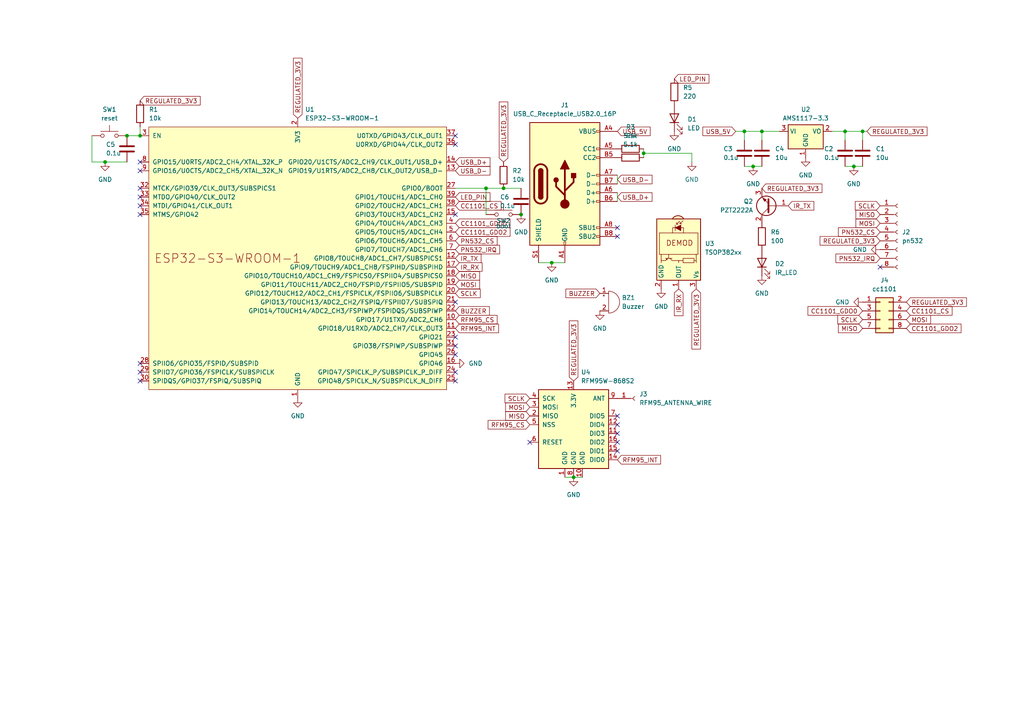
<source format=kicad_sch>
(kicad_sch (version 20250114) (generator "eeschema") (generator_version "9.0")
  (paper "A4")
  (lib_symbols
    (symbol "Connector:Conn_01x01_Socket" (pin_names (offset 1.016) (hide yes))
      (property "Reference" "J" (at 0 2.54 0))
      (property "Value" "Conn_01x01_Socket" (at 0 -2.54 0))
      (symbol "Conn_01x01_Socket_1_1"
        (polyline (pts (xy -1.27 0) (xy -0.508 0)) (stroke (width 0.1524)))
        (arc (start 0 -0.508) (mid -0.5058 0) (end 0 0.508) (stroke (width 0.1524)))
        (pin passive line (at -5.08 0 0) (length 3.81) (name "Pin_1") (number "1"))
      )
    )
    (symbol "Connector:Conn_01x08_Socket" (pin_names (offset 1.016) (hide yes))
      (property "Reference" "J" (at 0 10.16 0))
      (property "Value" "Conn_01x08_Socket" (at 0 -12.7 0))
      (symbol "Conn_01x08_Socket_1_1"
        (polyline (pts (xy -1.27 7.62) (xy -0.508 7.62)) (stroke (width 0.1524)))
        (polyline (pts (xy -1.27 5.08) (xy -0.508 5.08)) (stroke (width 0.1524)))
        (polyline (pts (xy -1.27 2.54) (xy -0.508 2.54)) (stroke (width 0.1524)))
        (polyline (pts (xy -1.27 0) (xy -0.508 0)) (stroke (width 0.1524)))
        (polyline (pts (xy -1.27 -2.54) (xy -0.508 -2.54)) (stroke (width 0.1524)))
        (polyline (pts (xy -1.27 -5.08) (xy -0.508 -5.08)) (stroke (width 0.1524)))
        (polyline (pts (xy -1.27 -7.62) (xy -0.508 -7.62)) (stroke (width 0.1524)))
        (polyline (pts (xy -1.27 -10.16) (xy -0.508 -10.16)) (stroke (width 0.1524)))
        (arc (start 0 7.112) (mid -0.5058 7.62) (end 0 8.128) (stroke (width 0.1524)))
        (arc (start 0 4.572) (mid -0.5058 5.08) (end 0 5.588) (stroke (width 0.1524)))
        (arc (start 0 2.032) (mid -0.5058 2.54) (end 0 3.048) (stroke (width 0.1524)))
        (arc (start 0 -0.508) (mid -0.5058 0) (end 0 0.508) (stroke (width 0.1524)))
        (arc (start 0 -3.048) (mid -0.5058 -2.54) (end 0 -2.032) (stroke (width 0.1524)))
        (arc (start 0 -5.588) (mid -0.5058 -5.08) (end 0 -4.572) (stroke (width 0.1524)))
        (arc (start 0 -8.128) (mid -0.5058 -7.62) (end 0 -7.112) (stroke (width 0.1524)))
        (arc (start 0 -10.668) (mid -0.5058 -10.16) (end 0 -9.652) (stroke (width 0.1524)))
        (pin passive line (at -5.08 7.62 0) (length 3.81) (name "Pin_1") (number "1"))
        (pin passive line (at -5.08 5.08 0) (length 3.81) (name "Pin_2") (number "2"))
        (pin passive line (at -5.08 2.54 0) (length 3.81) (name "Pin_3") (number "3"))
        (pin passive line (at -5.08 0 0) (length 3.81) (name "Pin_4") (number "4"))
        (pin passive line (at -5.08 -2.54 0) (length 3.81) (name "Pin_5") (number "5"))
        (pin passive line (at -5.08 -5.08 0) (length 3.81) (name "Pin_6") (number "6"))
        (pin passive line (at -5.08 -7.62 0) (length 3.81) (name "Pin_7") (number "7"))
        (pin passive line (at -5.08 -10.16 0) (length 3.81) (name "Pin_8") (number "8"))
      )
    )
    (symbol "Connector:USB_C_Receptacle_USB2.0_16P" (pin_names (offset 1.016))
      (property "Reference" "J" (at 0 22.225 0))
      (property "Value" "USB_C_Receptacle_USB2.0_16P" (at 0 19.685 0))
      (symbol "USB_C_Receptacle_USB2.0_16P_0_0"
        (rectangle (start -0.254 -17.78) (end 0.254 -16.764))
        (rectangle (start 10.16 15.494) (end 9.144 14.986))
        (rectangle (start 10.16 10.414) (end 9.144 9.906))
        (rectangle (start 10.16 7.874) (end 9.144 7.366))
        (rectangle (start 10.16 2.794) (end 9.144 2.286))
        (rectangle (start 10.16 0.254) (end 9.144 -0.254))
        (rectangle (start 10.16 -2.286) (end 9.144 -2.794))
        (rectangle (start 10.16 -4.826) (end 9.144 -5.334))
        (rectangle (start 10.16 -12.446) (end 9.144 -12.954))
        (rectangle (start 10.16 -14.986) (end 9.144 -15.494))
      )
      (symbol "USB_C_Receptacle_USB2.0_16P_0_1"
        (rectangle (start -10.16 17.78) (end 10.16 -17.78) (stroke (width 0.254)) (fill (type background)))
        (polyline (pts (xy -8.89 -3.81) (xy -8.89 3.81)) (stroke (width 0.508)))
        (rectangle (start -7.62 -3.81) (end -6.35 3.81) (stroke (width 0.254)) (fill (type outline)))
        (arc (start -7.62 3.81) (mid -6.985 4.4423) (end -6.35 3.81) (stroke (width 0.254)))
        (arc (start -7.62 3.81) (mid -6.985 4.4423) (end -6.35 3.81) (stroke (width 0.254)) (fill (type outline)))
        (arc (start -8.89 3.81) (mid -6.985 5.7067) (end -5.08 3.81) (stroke (width 0.508)))
        (arc (start -5.08 -3.81) (mid -6.985 -5.7067) (end -8.89 -3.81) (stroke (width 0.508)))
        (arc (start -6.35 -3.81) (mid -6.985 -4.4423) (end -7.62 -3.81) (stroke (width 0.254)))
        (arc (start -6.35 -3.81) (mid -6.985 -4.4423) (end -7.62 -3.81) (stroke (width 0.254)) (fill (type outline)))
        (polyline (pts (xy -5.08 3.81) (xy -5.08 -3.81)) (stroke (width 0.508)))
        (circle (center -2.54 1.143) (radius 0.635) (stroke (width 0.254)) (fill (type outline)))
        (polyline (pts (xy -1.27 4.318) (xy 0 6.858) (xy 1.27 4.318) (xy -1.27 4.318)) (stroke (width 0.254)) (fill (type outline)))
        (polyline (pts (xy 0 -2.032) (xy 2.54 0.508) (xy 2.54 1.778)) (stroke (width 0.508)))
        (polyline (pts (xy 0 -3.302) (xy -2.54 -0.762) (xy -2.54 0.508)) (stroke (width 0.508)))
        (polyline (pts (xy 0 -5.842) (xy 0 4.318)) (stroke (width 0.508)))
        (circle (center 0 -5.842) (radius 1.27) (fill (type outline)))
        (rectangle (start 1.905 1.778) (end 3.175 3.048) (stroke (width 0.254)) (fill (type outline)))
      )
      (symbol "USB_C_Receptacle_USB2.0_16P_1_1"
        (pin passive line (at -7.62 -22.86 90) (length 5.08) (name "SHIELD") (number "S1"))
        (pin passive line (at 0 -22.86 90) (length 5.08) (name "GND") (number "A1"))
        (pin passive line (at 0 -22.86 90) (length 5.08) (hide yes) (name "GND") (number "A12"))
        (pin passive line (at 0 -22.86 90) (length 5.08) (hide yes) (name "GND") (number "B1"))
        (pin passive line (at 0 -22.86 90) (length 5.08) (hide yes) (name "GND") (number "B12"))
        (pin passive line (at 15.24 15.24 180) (length 5.08) (name "VBUS") (number "A4"))
        (pin passive line (at 15.24 15.24 180) (length 5.08) (hide yes) (name "VBUS") (number "A9"))
        (pin passive line (at 15.24 15.24 180) (length 5.08) (hide yes) (name "VBUS") (number "B4"))
        (pin passive line (at 15.24 15.24 180) (length 5.08) (hide yes) (name "VBUS") (number "B9"))
        (pin bidirectional line (at 15.24 10.16 180) (length 5.08) (name "CC1") (number "A5"))
        (pin bidirectional line (at 15.24 7.62 180) (length 5.08) (name "CC2") (number "B5"))
        (pin bidirectional line (at 15.24 2.54 180) (length 5.08) (name "D-") (number "A7"))
        (pin bidirectional line (at 15.24 0 180) (length 5.08) (name "D-") (number "B7"))
        (pin bidirectional line (at 15.24 -2.54 180) (length 5.08) (name "D+") (number "A6"))
        (pin bidirectional line (at 15.24 -5.08 180) (length 5.08) (name "D+") (number "B6"))
        (pin bidirectional line (at 15.24 -12.7 180) (length 5.08) (name "SBU1") (number "A8"))
        (pin bidirectional line (at 15.24 -15.24 180) (length 5.08) (name "SBU2") (number "B8"))
      )
    )
    (symbol "Connector_Generic:Conn_02x04_Odd_Even" (pin_names (offset 1.016) (hide yes))
      (property "Reference" "J" (at 1.27 5.08 0))
      (property "Value" "Conn_02x04_Odd_Even" (at 1.27 -7.62 0))
      (symbol "Conn_02x04_Odd_Even_1_1"
        (rectangle (start -1.27 3.81) (end 3.81 -6.35) (stroke (width 0.254)) (fill (type background)))
        (rectangle (start -1.27 2.667) (end 0 2.413) (stroke (width 0.1524)))
        (rectangle (start -1.27 0.127) (end 0 -0.127) (stroke (width 0.1524)))
        (rectangle (start -1.27 -2.413) (end 0 -2.667) (stroke (width 0.1524)))
        (rectangle (start -1.27 -4.953) (end 0 -5.207) (stroke (width 0.1524)))
        (rectangle (start 3.81 2.667) (end 2.54 2.413) (stroke (width 0.1524)))
        (rectangle (start 3.81 0.127) (end 2.54 -0.127) (stroke (width 0.1524)))
        (rectangle (start 3.81 -2.413) (end 2.54 -2.667) (stroke (width 0.1524)))
        (rectangle (start 3.81 -4.953) (end 2.54 -5.207) (stroke (width 0.1524)))
        (pin passive line (at -5.08 2.54 0) (length 3.81) (name "Pin_1") (number "1"))
        (pin passive line (at -5.08 0 0) (length 3.81) (name "Pin_3") (number "3"))
        (pin passive line (at -5.08 -2.54 0) (length 3.81) (name "Pin_5") (number "5"))
        (pin passive line (at -5.08 -5.08 0) (length 3.81) (name "Pin_7") (number "7"))
        (pin passive line (at 7.62 2.54 180) (length 3.81) (name "Pin_2") (number "2"))
        (pin passive line (at 7.62 0 180) (length 3.81) (name "Pin_4") (number "4"))
        (pin passive line (at 7.62 -2.54 180) (length 3.81) (name "Pin_6") (number "6"))
        (pin passive line (at 7.62 -5.08 180) (length 3.81) (name "Pin_8") (number "8"))
      )
    )
    (symbol "Device:Buzzer" (pin_names (offset 0.0254) (hide yes))
      (property "Reference" "BZ" (at 3.81 1.27 0))
      (property "Value" "Buzzer" (at 3.81 -1.27 0))
      (symbol "Buzzer_0_1"
        (polyline (pts (xy -1.651 1.905) (xy -1.143 1.905)))
        (polyline (pts (xy -1.397 2.159) (xy -1.397 1.651)))
        (arc (start 0 3.175) (mid 3.1612 0) (end 0 -3.175))
        (polyline (pts (xy 0 3.175) (xy 0 -3.175)))
      )
      (symbol "Buzzer_1_1"
        (pin passive line (at -2.54 2.54 0) (length 2.54) (name "+") (number "1"))
        (pin passive line (at -2.54 -2.54 0) (length 2.54) (name "-") (number "2"))
      )
    )
    (symbol "Device:C" (pin_numbers (hide yes)) (pin_names (offset 0.254))
      (property "Reference" "C" (at 0.635 2.54 0))
      (property "Value" "C" (at 0.635 -2.54 0))
      (symbol "C_0_1"
        (polyline (pts (xy -2.032 0.762) (xy 2.032 0.762)) (stroke (width 0.508)))
        (polyline (pts (xy -2.032 -0.762) (xy 2.032 -0.762)) (stroke (width 0.508)))
      )
      (symbol "C_1_1"
        (pin passive line (at 0 3.81 270) (length 2.794) (name "~") (number "1"))
        (pin passive line (at 0 -3.81 90) (length 2.794) (name "~") (number "2"))
      )
    )
    (symbol "Device:LED" (pin_numbers (hide yes)) (pin_names (offset 1.016) (hide yes))
      (property "Reference" "D" (at 0 2.54 0))
      (property "Value" "LED" (at 0 -2.54 0))
      (symbol "LED_0_1"
        (polyline (pts (xy -3.048 -0.762) (xy -4.572 -2.286) (xy -3.81 -2.286) (xy -4.572 -2.286) (xy -4.572 -1.524)))
        (polyline (pts (xy -1.778 -0.762) (xy -3.302 -2.286) (xy -2.54 -2.286) (xy -3.302 -2.286) (xy -3.302 -1.524)))
        (polyline (pts (xy -1.27 0) (xy 1.27 0)))
        (polyline (pts (xy -1.27 -1.27) (xy -1.27 1.27)) (stroke (width 0.254)))
        (polyline (pts (xy 1.27 -1.27) (xy 1.27 1.27) (xy -1.27 0) (xy 1.27 -1.27)) (stroke (width 0.254)))
      )
      (symbol "LED_1_1"
        (pin passive line (at -3.81 0 0) (length 2.54) (name "K") (number "1"))
        (pin passive line (at 3.81 0 180) (length 2.54) (name "A") (number "2"))
      )
    )
    (symbol "Device:R" (pin_numbers (hide yes)) (pin_names (offset 0))
      (property "Reference" "R" (at 2.032 0 90))
      (property "Value" "R" (at 0 0 90))
      (symbol "R_0_1"
        (rectangle (start -1.016 -2.54) (end 1.016 2.54) (stroke (width 0.254)))
      )
      (symbol "R_1_1"
        (pin passive line (at 0 3.81 270) (length 1.27) (name "~") (number "1"))
        (pin passive line (at 0 -3.81 90) (length 1.27) (name "~") (number "2"))
      )
    )
    (symbol "Interface_Optical:TSOP382xx"
      (property "Reference" "U" (at -10.16 7.62 0))
      (property "Value" "TSOP382xx" (at -10.16 -7.62 0))
      (symbol "TSOP382xx_0_0"
        (arc (start -10.287 -1.778) (mid -11.0899 -0.1905) (end -10.287 1.397) (stroke (width 0.254)) (fill (type background)))
        (polyline (pts (xy 1.905 5.08) (xy 0.127 5.08)))
        (polyline (pts (xy 1.905 -5.08) (xy 0.127 -5.08)))
        (text "DEMOD" (at -3.175 0.254 900) (effects (font (size 1.524 1.524))))
      )
      (symbol "TSOP382xx_0_1"
        (polyline (pts (xy -8.763 0.381) (xy -9.652 1.27)))
        (polyline (pts (xy -8.763 0.381) (xy -9.271 0.381)))
        (polyline (pts (xy -8.763 0.381) (xy -8.763 0.889)))
        (polyline (pts (xy -8.636 -0.635) (xy -9.525 0.254)))
        (polyline (pts (xy -8.636 -0.635) (xy -9.144 -0.635)))
        (polyline (pts (xy -8.636 -0.635) (xy -8.636 -0.127)))
        (polyline (pts (xy -8.382 0.635) (xy -6.731 0.635) (xy -7.62 -1.016) (xy -8.382 0.635)) (fill (type outline)))
        (polyline (pts (xy -8.382 -1.016) (xy -6.731 -1.016)))
        (rectangle (start -6.096 5.588) (end 0.127 -5.588))
        (polyline (pts (xy -6.096 1.397) (xy -7.62 1.397) (xy -7.62 -1.778) (xy -6.096 -1.778)))
        (polyline (pts (xy 1.27 -1.905) (xy 1.27 -3.81)))
        (polyline (pts (xy 1.27 -2.54) (xy 1.905 -1.905) (xy 1.905 0) (xy 2.54 0)))
        (polyline (pts (xy 1.27 -2.921) (xy 0.127 -2.921)))
        (polyline (pts (xy 1.27 -3.175) (xy 1.905 -3.81) (xy 1.905 -5.08) (xy 2.54 -5.08)))
        (polyline (pts (xy 1.397 -3.556) (xy 1.524 -3.556)))
        (polyline (pts (xy 1.651 -3.556) (xy 1.524 -3.556)))
        (polyline (pts (xy 1.651 -3.556) (xy 1.651 -3.302)))
        (polyline (pts (xy 1.905 4.445) (xy 1.905 5.08) (xy 2.54 5.08)))
        (polyline (pts (xy 1.905 0) (xy 1.905 1.27)))
        (rectangle (start 2.54 1.27) (end 1.27 4.445))
        (rectangle (start 7.62 6.35) (end -10.16 -6.35) (stroke (width 0.254)) (fill (type background)))
      )
      (symbol "TSOP382xx_1_1"
        (pin power_in line (at 10.16 5.08 180) (length 2.54) (name "Vs") (number "3"))
        (pin output line (at 10.16 0 180) (length 2.54) (name "OUT") (number "1"))
        (pin power_in line (at 10.16 -5.08 180) (length 2.54) (name "GND") (number "2"))
      )
    )
    (symbol "PCM_Espressif:ESP32-S3-WROOM-1" (pin_names (offset 1.016))
      (property "Reference" "U" (at -43.18 43.18 0))
      (property "Value" "ESP32-S3-WROOM-1" (at -43.18 40.64 0))
      (symbol "ESP32-S3-WROOM-1_0_0"
        (text "ESP32-S3-WROOM-1" (at -20.32 0 0) (effects (font (size 2.54 2.54))))
        (pin input line (at -45.72 35.56 0) (length 2.54) (name "EN") (number "3"))
        (pin bidirectional line (at -45.72 27.94 0) (length 2.54) (name "GPIO15/U0RTS/ADC2_CH4/XTAL_32K_P") (number "8"))
        (pin bidirectional line (at -45.72 25.4 0) (length 2.54) (name "GPIO16/U0CTS/ADC2_CH5/XTAL_32K_N") (number "9"))
        (pin bidirectional line (at -45.72 20.32 0) (length 2.54) (name "MTCK/GPIO39/CLK_OUT3/SUBSPICS1") (number "32"))
        (pin bidirectional line (at -45.72 17.78 0) (length 2.54) (name "MTDO/GPIO40/CLK_OUT2") (number "33"))
        (pin bidirectional line (at -45.72 15.24 0) (length 2.54) (name "MTDI/GPIO41/CLK_OUT1") (number "34"))
        (pin bidirectional line (at -45.72 12.7 0) (length 2.54) (name "MTMS/GPIO42") (number "35"))
        (pin bidirectional line (at -45.72 -30.48 0) (length 2.54) (name "SPIIO6/GPIO35/FSPID/SUBSPID") (number "28"))
        (pin bidirectional line (at -45.72 -33.02 0) (length 2.54) (name "SPIIO7/GPIO36/FSPICLK/SUBSPICLK") (number "29"))
        (pin bidirectional line (at -45.72 -35.56 0) (length 2.54) (name "SPIDQS/GPIO37/FSPIQ/SUBSPIQ") (number "30"))
        (pin power_in line (at 0 40.64 270) (length 2.54) (name "3V3") (number "2"))
        (pin power_in line (at 0 -40.64 90) (length 2.54) (name "GND") (number "1"))
        (pin passive line (at 0 -40.64 90) (length 2.54) (hide yes) (name "GND") (number "40"))
        (pin passive line (at 0 -40.64 90) (length 2.54) (hide yes) (name "GND") (number "41"))
        (pin bidirectional line (at 45.72 35.56 180) (length 2.54) (name "U0TXD/GPIO43/CLK_OUT1") (number "37"))
        (pin bidirectional line (at 45.72 33.02 180) (length 2.54) (name "U0RXD/GPIO44/CLK_OUT2") (number "36"))
        (pin bidirectional line (at 45.72 27.94 180) (length 2.54) (name "GPIO20/U1CTS/ADC2_CH9/CLK_OUT1/USB_D+") (number "14"))
        (pin bidirectional line (at 45.72 25.4 180) (length 2.54) (name "GPIO19/U1RTS/ADC2_CH8/CLK_OUT2/USB_D-") (number "13"))
        (pin bidirectional line (at 45.72 20.32 180) (length 2.54) (name "GPIO0/BOOT") (number "27"))
        (pin bidirectional line (at 45.72 17.78 180) (length 2.54) (name "GPIO1/TOUCH1/ADC1_CH0") (number "39"))
        (pin bidirectional line (at 45.72 15.24 180) (length 2.54) (name "GPIO2/TOUCH2/ADC1_CH1") (number "38"))
        (pin bidirectional line (at 45.72 12.7 180) (length 2.54) (name "GPIO3/TOUCH3/ADC1_CH2") (number "15"))
        (pin bidirectional line (at 45.72 10.16 180) (length 2.54) (name "GPIO4/TOUCH4/ADC1_CH3") (number "4"))
        (pin bidirectional line (at 45.72 7.62 180) (length 2.54) (name "GPIO5/TOUCH5/ADC1_CH4") (number "5"))
        (pin bidirectional line (at 45.72 5.08 180) (length 2.54) (name "GPIO6/TOUCH6/ADC1_CH5") (number "6"))
        (pin bidirectional line (at 45.72 2.54 180) (length 2.54) (name "GPIO7/TOUCH7/ADC1_CH6") (number "7"))
        (pin bidirectional line (at 45.72 0 180) (length 2.54) (name "GPIO8/TOUCH8/ADC1_CH7/SUBSPICS1") (number "12"))
        (pin bidirectional line (at 45.72 -2.54 180) (length 2.54) (name "GPIO9/TOUCH9/ADC1_CH8/FSPIHD/SUBSPIHD") (number "17"))
        (pin bidirectional line (at 45.72 -5.08 180) (length 2.54) (name "GPIO10/TOUCH10/ADC1_CH9/FSPICS0/FSPIIO4/SUBSPICS0") (number "18"))
        (pin bidirectional line (at 45.72 -7.62 180) (length 2.54) (name "GPIO11/TOUCH11/ADC2_CH0/FSPID/FSPIIO5/SUBSPID") (number "19"))
        (pin bidirectional line (at 45.72 -10.16 180) (length 2.54) (name "GPIO12/TOUCH12/ADC2_CH1/FSPICLK/FSPIIO6/SUBSPICLK") (number "20"))
        (pin bidirectional line (at 45.72 -12.7 180) (length 2.54) (name "GPIO13/TOUCH13/ADC2_CH2/FSPIQ/FSPIIO7/SUBSPIQ") (number "21"))
        (pin bidirectional line (at 45.72 -15.24 180) (length 2.54) (name "GPIO14/TOUCH14/ADC2_CH3/FSPIWP/FSPIDQS/SUBSPIWP") (number "22"))
        (pin bidirectional line (at 45.72 -17.78 180) (length 2.54) (name "GPIO17/U1TXD/ADC2_CH6") (number "10"))
        (pin bidirectional line (at 45.72 -20.32 180) (length 2.54) (name "GPIO18/U1RXD/ADC2_CH7/CLK_OUT3") (number "11"))
        (pin bidirectional line (at 45.72 -22.86 180) (length 2.54) (name "GPIO21") (number "23"))
        (pin bidirectional line (at 45.72 -25.4 180) (length 2.54) (name "GPIO38/FSPIWP/SUBSPIWP") (number "31"))
        (pin bidirectional line (at 45.72 -27.94 180) (length 2.54) (name "GPIO45") (number "26"))
        (pin bidirectional line (at 45.72 -30.48 180) (length 2.54) (name "GPIO46") (number "16"))
        (pin bidirectional line (at 45.72 -33.02 180) (length 2.54) (name "GPIO47/SPICLK_P/SUBSPICLK_P_DIFF") (number "24"))
        (pin bidirectional line (at 45.72 -35.56 180) (length 2.54) (name "GPIO48/SPICLK_N/SUBSPICLK_N_DIFF") (number "25"))
      )
      (symbol "ESP32-S3-WROOM-1_0_1"
        (rectangle (start -43.18 38.1) (end 43.18 -38.1) (fill (type background)))
      )
    )
    (symbol "RF_Module:RFM95W-868S2" (pin_names (offset 1.016))
      (property "Reference" "U" (at -10.414 11.684 0))
      (property "Value" "RFM95W-868S2" (at 1.524 11.43 0))
      (symbol "RFM95W-868S2_0_1"
        (rectangle (start -10.16 10.16) (end 10.16 -12.7) (stroke (width 0.254)) (fill (type background)))
      )
      (symbol "RFM95W-868S2_1_1"
        (pin input line (at -12.7 7.62 0) (length 2.54) (name "SCK") (number "4"))
        (pin input line (at -12.7 5.08 0) (length 2.54) (name "MOSI") (number "3"))
        (pin output line (at -12.7 2.54 0) (length 2.54) (name "MISO") (number "2"))
        (pin input line (at -12.7 0 0) (length 2.54) (name "NSS") (number "5"))
        (pin bidirectional line (at -12.7 -5.08 0) (length 2.54) (name "RESET") (number "6"))
        (pin power_in line (at -2.54 -15.24 90) (length 2.54) (name "GND") (number "1"))
        (pin power_in line (at 0 12.7 270) (length 2.54) (name "3.3V") (number "13"))
        (pin power_in line (at 0 -15.24 90) (length 2.54) (name "GND") (number "8"))
        (pin power_in line (at 2.54 -15.24 90) (length 2.54) (name "GND") (number "10"))
        (pin bidirectional line (at 12.7 7.62 180) (length 2.54) (name "ANT") (number "9"))
        (pin bidirectional line (at 12.7 2.54 180) (length 2.54) (name "DIO5") (number "7"))
        (pin bidirectional line (at 12.7 0 180) (length 2.54) (name "DIO4") (number "12"))
        (pin bidirectional line (at 12.7 -2.54 180) (length 2.54) (name "DIO3") (number "11"))
        (pin bidirectional line (at 12.7 -5.08 180) (length 2.54) (name "DIO2") (number "16"))
        (pin bidirectional line (at 12.7 -7.62 180) (length 2.54) (name "DIO1") (number "15"))
        (pin bidirectional line (at 12.7 -10.16 180) (length 2.54) (name "DIO0") (number "14"))
      )
    )
    (symbol "Regulator_Linear:AMS1117-3.3"
      (property "Reference" "U" (at -3.81 3.175 0))
      (property "Value" "AMS1117-3.3" (at 0 3.175 0))
      (symbol "AMS1117-3.3_0_1"
        (rectangle (start -5.08 -5.08) (end 5.08 1.905) (stroke (width 0.254)) (fill (type background)))
      )
      (symbol "AMS1117-3.3_1_1"
        (pin power_in line (at -7.62 0 0) (length 2.54) (name "VI") (number "3"))
        (pin power_in line (at 0 -7.62 90) (length 2.54) (name "GND") (number "1"))
        (pin power_out line (at 7.62 0 180) (length 2.54) (name "VO") (number "2"))
      )
    )
    (symbol "Switch:SW_Push" (pin_numbers (hide yes)) (pin_names (offset 1.016) (hide yes))
      (property "Reference" "SW" (at 1.27 2.54 0))
      (property "Value" "SW_Push" (at 0 -1.524 0))
      (symbol "SW_Push_0_1"
        (circle (center -2.032 0) (radius 0.508))
        (polyline (pts (xy 0 1.27) (xy 0 3.048)))
        (circle (center 2.032 0) (radius 0.508))
        (polyline (pts (xy 2.54 1.27) (xy -2.54 1.27)))
        (pin passive line (at -5.08 0 0) (length 2.54) (name "1") (number "1"))
        (pin passive line (at 5.08 0 180) (length 2.54) (name "2") (number "2"))
      )
    )
    (symbol "Transistor_BJT:PZT2222A" (pin_names (offset 0) (hide yes))
      (property "Reference" "Q" (at 5.08 1.905 0))
      (property "Value" "PZT2222A" (at 5.08 0 0))
      (symbol "PZT2222A_0_1"
        (polyline (pts (xy -2.54 0) (xy 0.635 0)))
        (polyline (pts (xy 0.635 1.905) (xy 0.635 -1.905)) (stroke (width 0.508)))
        (circle (center 1.27 0) (radius 2.8194) (stroke (width 0.254)))
      )
      (symbol "PZT2222A_1_1"
        (polyline (pts (xy 0.635 0.635) (xy 2.54 2.54)))
        (polyline (pts (xy 0.635 -0.635) (xy 2.54 -2.54)))
        (polyline (pts (xy 1.27 -1.778) (xy 1.778 -1.27) (xy 2.286 -2.286) (xy 1.27 -1.778)) (fill (type outline)))
        (pin input line (at -5.08 0 0) (length 2.54) (name "B") (number "1"))
        (pin passive line (at 2.54 5.08 270) (length 2.54) (name "C") (number "2"))
        (pin passive line (at 2.54 -5.08 90) (length 2.54) (name "E") (number "3"))
      )
    )
    (symbol "power:GND" (power) (pin_numbers (hide yes)) (pin_names (offset 0) (hide yes))
      (property "Value" "GND" (at 0 -3.81 0))
      (symbol "GND_0_1"
        (polyline (pts (xy 0 0) (xy 0 -1.27) (xy 1.27 -1.27) (xy 0 -2.54) (xy -1.27 -1.27) (xy 0 -1.27)))
      )
      (symbol "GND_1_1"
        (pin power_in line (at 0 0 270) (length 0) (name "~") (number "1"))
      )
    )
  )
  (junction (at 36.83 39.37))
  (junction (at 218.44 48.26))
  (junction (at 247.65 48.26))
  (junction (at 166.37 138.43))
  (junction (at 160.02 76.2))
  (junction (at 140.97 54.61))
  (junction (at 186.69 44.45))
  (junction (at 215.9 38.1))
  (junction (at 151.13 62.23))
  (junction (at 30.48 46.99))
  (junction (at 146.05 54.61))
  (junction (at 250.19 38.1))
  (junction (at 245.11 38.1))
  (junction (at 220.98 38.1))
  (junction (at 40.64 39.37))
  (no_connect (at 179.07 125.73))
  (no_connect (at 40.64 57.15))
  (no_connect (at 132.08 97.79))
  (no_connect (at 40.64 49.53))
  (no_connect (at 132.08 110.49))
  (no_connect (at 132.08 39.37))
  (no_connect (at 40.64 105.41))
  (no_connect (at 179.07 123.19))
  (no_connect (at 40.64 59.69))
  (no_connect (at 40.64 107.95))
  (no_connect (at 153.67 128.27))
  (no_connect (at 132.08 62.23))
  (no_connect (at 179.07 120.65))
  (no_connect (at 40.64 110.49))
  (no_connect (at 40.64 62.23))
  (no_connect (at 255.27 77.47))
  (no_connect (at 40.64 54.61))
  (no_connect (at 132.08 41.91))
  (no_connect (at 132.08 102.87))
  (no_connect (at 132.08 87.63))
  (no_connect (at 179.07 66.04))
  (no_connect (at 179.07 68.58))
  (no_connect (at 179.07 128.27))
  (no_connect (at 132.08 100.33))
  (no_connect (at 132.08 107.95))
  (no_connect (at 40.64 46.99))
  (no_connect (at 179.07 130.81))
  (wire (pts (xy 220.98 38.1) (xy 226.06 38.1)))
  (wire (pts (xy 140.97 54.61) (xy 146.05 54.61)))
  (wire (pts (xy 200.66 44.45) (xy 200.66 46.99)))
  (wire (pts (xy 245.11 48.26) (xy 247.65 48.26)))
  (wire (pts (xy 26.67 39.37) (xy 26.67 46.99)))
  (wire (pts (xy 36.83 39.37) (xy 40.64 39.37)))
  (wire (pts (xy 26.67 46.99) (xy 30.48 46.99)))
  (wire (pts (xy 247.65 48.26) (xy 250.19 48.26)))
  (wire (pts (xy 215.9 48.26) (xy 218.44 48.26)))
  (wire (pts (xy 163.83 138.43) (xy 166.37 138.43)))
  (wire (pts (xy 250.19 38.1) (xy 251.46 38.1)))
  (wire (pts (xy 220.98 38.1) (xy 220.98 40.64)))
  (wire (pts (xy 166.37 138.43) (xy 168.91 138.43)))
  (wire (pts (xy 179.07 55.88) (xy 179.07 58.42)))
  (wire (pts (xy 156.21 76.2) (xy 160.02 76.2)))
  (wire (pts (xy 132.08 54.61) (xy 140.97 54.61)))
  (wire (pts (xy 241.3 38.1) (xy 245.11 38.1)))
  (wire (pts (xy 179.07 50.8) (xy 179.07 53.34)))
  (wire (pts (xy 186.69 44.45) (xy 186.69 45.72)))
  (wire (pts (xy 215.9 38.1) (xy 215.9 40.64)))
  (wire (pts (xy 213.36 38.1) (xy 215.9 38.1)))
  (wire (pts (xy 245.11 38.1) (xy 245.11 40.64)))
  (wire (pts (xy 250.19 38.1) (xy 250.19 40.64)))
  (wire (pts (xy 186.69 44.45) (xy 200.66 44.45)))
  (wire (pts (xy 215.9 38.1) (xy 220.98 38.1)))
  (wire (pts (xy 218.44 48.26) (xy 220.98 48.26)))
  (wire (pts (xy 160.02 76.2) (xy 163.83 76.2)))
  (wire (pts (xy 245.11 38.1) (xy 250.19 38.1)))
  (wire (pts (xy 146.05 54.61) (xy 151.13 54.61)))
  (wire (pts (xy 140.97 54.61) (xy 140.97 62.23)))
  (wire (pts (xy 186.69 43.18) (xy 186.69 44.45)))
  (wire (pts (xy 40.64 36.83) (xy 40.64 39.37)))
  (wire (pts (xy 30.48 46.99) (xy 36.83 46.99)))
  (global_label "RFM95_INT" (shape input) (at 179.07 133.35 0) (property "Intersheetrefs" "${INTERSHEET_REFS}" (effects (hide yes))))
  (global_label "CC1101_CS" (shape input) (at 262.89 90.17 0) (property "Intersheetrefs" "${INTERSHEET_REFS}" (effects (hide yes))))
  (global_label "PN532_IRQ" (shape input) (at 255.27 74.93 180) (property "Intersheetrefs" "${INTERSHEET_REFS}" (effects (hide yes))))
  (global_label "BUZZER" (shape input) (at 132.08 90.17 0) (property "Intersheetrefs" "${INTERSHEET_REFS}" (effects (hide yes))))
  (global_label "MISO" (shape input) (at 255.27 62.23 180) (property "Intersheetrefs" "${INTERSHEET_REFS}" (effects (hide yes))))
  (global_label "SCLK" (shape input) (at 153.67 115.57 180) (property "Intersheetrefs" "${INTERSHEET_REFS}" (effects (hide yes))))
  (global_label "PN532_CS" (shape input) (at 132.08 69.85 0) (property "Intersheetrefs" "${INTERSHEET_REFS}" (effects (hide yes))))
  (global_label "MISO" (shape input) (at 132.08 80.01 0) (property "Intersheetrefs" "${INTERSHEET_REFS}" (effects (hide yes))))
  (global_label "RFM95_INT" (shape input) (at 132.08 95.25 0) (property "Intersheetrefs" "${INTERSHEET_REFS}" (effects (hide yes))))
  (global_label "LED_PIN" (shape input) (at 195.58 22.86 0) (property "Intersheetrefs" "${INTERSHEET_REFS}" (effects (hide yes))))
  (global_label "MOSI" (shape input) (at 255.27 64.77 180) (property "Intersheetrefs" "${INTERSHEET_REFS}" (effects (hide yes))))
  (global_label "CC1101_GDO2" (shape input) (at 132.08 67.31 0) (property "Intersheetrefs" "${INTERSHEET_REFS}" (effects (hide yes))))
  (global_label "PN532_IRQ" (shape input) (at 132.08 72.39 0) (property "Intersheetrefs" "${INTERSHEET_REFS}" (effects (hide yes))))
  (global_label "BUZZER" (shape input) (at 173.99 85.09 180) (property "Intersheetrefs" "${INTERSHEET_REFS}" (effects (hide yes))))
  (global_label "USB_5V" (shape input) (at 179.07 38.1 0) (property "Intersheetrefs" "${INTERSHEET_REFS}" (effects (hide yes))))
  (global_label "CC1101_CS" (shape input) (at 132.08 59.69 0) (property "Intersheetrefs" "${INTERSHEET_REFS}" (effects (hide yes))))
  (global_label "REGULATED_3V3" (shape input) (at 251.46 38.1 0) (property "Intersheetrefs" "${INTERSHEET_REFS}" (effects (hide yes))))
  (global_label "MOSI" (shape input) (at 132.08 82.55 0) (property "Intersheetrefs" "${INTERSHEET_REFS}" (effects (hide yes))))
  (global_label "LED_PIN" (shape input) (at 132.08 57.15 0) (property "Intersheetrefs" "${INTERSHEET_REFS}" (effects (hide yes))))
  (global_label "USB_D-" (shape input) (at 179.07 52.07 0) (property "Intersheetrefs" "${INTERSHEET_REFS}" (effects (hide yes))))
  (global_label "MOSI" (shape input) (at 262.89 92.71 0) (property "Intersheetrefs" "${INTERSHEET_REFS}" (effects (hide yes))))
  (global_label "IR_RX" (shape input) (at 132.08 77.47 0) (property "Intersheetrefs" "${INTERSHEET_REFS}" (effects (hide yes))))
  (global_label "IR_TX" (shape input) (at 228.6 59.69 0) (property "Intersheetrefs" "${INTERSHEET_REFS}" (effects (hide yes))))
  (global_label "USB_D+" (shape input) (at 179.07 57.15 0) (property "Intersheetrefs" "${INTERSHEET_REFS}" (effects (hide yes))))
  (global_label "IR_TX" (shape input) (at 132.08 74.93 0) (property "Intersheetrefs" "${INTERSHEET_REFS}" (effects (hide yes))))
  (global_label "SCLK" (shape input) (at 250.19 92.71 180) (property "Intersheetrefs" "${INTERSHEET_REFS}" (effects (hide yes))))
  (global_label "REGULATED_3V3" (shape input) (at 262.89 87.63 0) (property "Intersheetrefs" "${INTERSHEET_REFS}" (effects (hide yes))))
  (global_label "SCLK" (shape input) (at 132.08 85.09 0) (property "Intersheetrefs" "${INTERSHEET_REFS}" (effects (hide yes))))
  (global_label "REGULATED_3V3" (shape input) (at 220.98 54.61 0) (property "Intersheetrefs" "${INTERSHEET_REFS}" (effects (hide yes))))
  (global_label "MISO" (shape input) (at 250.19 95.25 180) (property "Intersheetrefs" "${INTERSHEET_REFS}" (effects (hide yes))))
  (global_label "MOSI" (shape input) (at 153.67 118.11 180) (property "Intersheetrefs" "${INTERSHEET_REFS}" (effects (hide yes))))
  (global_label "REGULATED_3V3" (shape input) (at 86.36 34.29 90) (property "Intersheetrefs" "${INTERSHEET_REFS}" (effects (hide yes))))
  (global_label "USB_5V" (shape input) (at 213.36 38.1 180) (property "Intersheetrefs" "${INTERSHEET_REFS}" (effects (hide yes))))
  (global_label "PN532_CS" (shape input) (at 255.27 67.31 180) (property "Intersheetrefs" "${INTERSHEET_REFS}" (effects (hide yes))))
  (global_label "IR_RX" (shape input) (at 196.85 83.82 270) (property "Intersheetrefs" "${INTERSHEET_REFS}" (effects (hide yes))))
  (global_label "USB_D-" (shape input) (at 132.08 49.53 0) (property "Intersheetrefs" "${INTERSHEET_REFS}" (effects (hide yes))))
  (global_label "REGULATED_3V3" (shape input) (at 146.05 46.99 90) (property "Intersheetrefs" "${INTERSHEET_REFS}" (effects (hide yes))))
  (global_label "CC1101_GDO0" (shape input) (at 132.08 64.77 0) (property "Intersheetrefs" "${INTERSHEET_REFS}" (effects (hide yes))))
  (global_label "REGULATED_3V3" (shape input) (at 166.37 110.49 90) (property "Intersheetrefs" "${INTERSHEET_REFS}" (effects (hide yes))))
  (global_label "RFM95_CS" (shape input) (at 132.08 92.71 0) (property "Intersheetrefs" "${INTERSHEET_REFS}" (effects (hide yes))))
  (global_label "RFM95_CS" (shape input) (at 153.67 123.19 180) (property "Intersheetrefs" "${INTERSHEET_REFS}" (effects (hide yes))))
  (global_label "CC1101_GDO0" (shape input) (at 250.19 90.17 180) (property "Intersheetrefs" "${INTERSHEET_REFS}" (effects (hide yes))))
  (global_label "REGULATED_3V3" (shape input) (at 40.64 29.21 0) (property "Intersheetrefs" "${INTERSHEET_REFS}" (effects (hide yes))))
  (global_label "REGULATED_3V3" (shape input) (at 201.93 83.82 270) (property "Intersheetrefs" "${INTERSHEET_REFS}" (effects (hide yes))))
  (global_label "SCLK" (shape input) (at 255.27 59.69 180) (property "Intersheetrefs" "${INTERSHEET_REFS}" (effects (hide yes))))
  (global_label "REGULATED_3V3" (shape input) (at 255.27 69.85 180) (property "Intersheetrefs" "${INTERSHEET_REFS}" (effects (hide yes))))
  (global_label "CC1101_GDO2" (shape input) (at 262.89 95.25 0) (property "Intersheetrefs" "${INTERSHEET_REFS}" (effects (hide yes))))
  (global_label "MISO" (shape input) (at 153.67 120.65 180) (property "Intersheetrefs" "${INTERSHEET_REFS}" (effects (hide yes))))
  (global_label "USB_D+" (shape input) (at 132.08 46.99 0) (property "Intersheetrefs" "${INTERSHEET_REFS}" (effects (hide yes))))
  (symbol (lib_id "Device:R") (at 182.88 43.18 90) (unit 1)
    (property "Reference" "R3" (at 182.88 36.83 90))
    (property "Value" "5.1k" (at 182.88 39.37 90))
    (property "Footprint" "Resistor_SMD:R_0805_2012Metric" (effects (hide yes)))
    (property "Description" "Resistor" (effects (hide yes)))
  )
  (symbol (lib_id "power:GND") (at 250.19 87.63 270) (unit 1)
    (property "Reference" "#PWR011" (effects (hide yes)))
    (property "Value" "GND" (at 246.38 87.6299 90) (effects (justify right)))
    (property "Description" "Power symbol creates a global label with name \"GND\" , ground" (effects (hide yes)))
  )
  (symbol (lib_id "Device:C") (at 151.13 58.42 0) (unit 1)
    (property "Reference" "C6" (at 145.034 57.15 0) (effects (justify left)))
    (property "Value" "0.1u" (at 145.034 59.69 0) (effects (justify left)))
    (property "Footprint" "Capacitor_SMD:C_0805_2012Metric" (effects (hide yes)))
    (property "Description" "Unpolarized capacitor" (effects (hide yes)))
  )
  (symbol (lib_id "Device:C") (at 36.83 43.18 0) (unit 1)
    (property "Reference" "C5" (at 30.734 41.91 0) (effects (justify left)))
    (property "Value" "0.1u" (at 30.734 44.45 0) (effects (justify left)))
    (property "Footprint" "Capacitor_SMD:C_0805_2012Metric" (effects (hide yes)))
    (property "Description" "Unpolarized capacitor" (effects (hide yes)))
  )
  (symbol (lib_id "Switch:SW_Push") (at 31.75 39.37 0) (unit 1)
    (property "Reference" "SW1" (at 31.75 31.75 0))
    (property "Value" "reset" (at 31.75 34.29 0))
    (property "Footprint" "Button_Switch_THT:SW_PUSH_6mm_H5mm" (effects (hide yes)))
    (property "Description" "Push button switch, generic, two pins" (effects (hide yes)))
  )
  (symbol (lib_id "power:GND") (at 166.37 138.43 0) (unit 1)
    (property "Reference" "#PWR016" (effects (hide yes)))
    (property "Value" "GND" (at 166.37 143.51 0))
    (property "Description" "Power symbol creates a global label with name \"GND\" , ground" (effects (hide yes)))
  )
  (symbol (lib_id "Device:R") (at 146.05 50.8 0) (unit 1)
    (property "Reference" "R2" (at 148.59 49.5299 0) (effects (justify left)))
    (property "Value" "10k" (at 148.59 52.0699 0) (effects (justify left)))
    (property "Footprint" "Resistor_SMD:R_0805_2012Metric" (effects (hide yes)))
    (property "Description" "Resistor" (effects (hide yes)))
  )
  (symbol (lib_id "power:GND") (at 247.65 48.26 0) (unit 1)
    (property "Reference" "#PWR05" (effects (hide yes)))
    (property "Value" "GND" (at 247.65 53.34 0))
    (property "Description" "Power symbol creates a global label with name \"GND\" , ground" (effects (hide yes)))
  )
  (symbol (lib_id "power:GND") (at 173.99 90.17 0) (unit 1)
    (property "Reference" "#PWR015" (effects (hide yes)))
    (property "Value" "GND" (at 173.99 95.25 0))
    (property "Description" "Power symbol creates a global label with name \"GND\" , ground" (effects (hide yes)))
  )
  (symbol (lib_id "Device:R") (at 195.58 26.67 0) (unit 1)
    (property "Reference" "R5" (at 198.12 25.3999 0) (effects (justify left)))
    (property "Value" "220" (at 198.12 27.9399 0) (effects (justify left)))
    (property "Footprint" "Resistor_SMD:R_0805_2012Metric" (effects (hide yes)))
    (property "Description" "Resistor" (effects (hide yes)))
  )
  (symbol (lib_id "power:GND") (at 132.08 105.41 90) (unit 1)
    (property "Reference" "#PWR09" (effects (hide yes)))
    (property "Value" "GND" (at 135.89 105.4099 90) (effects (justify right)))
    (property "Description" "Power symbol creates a global label with name \"GND\" , ground" (effects (hide yes)))
  )
  (symbol (lib_id "Connector:Conn_01x08_Socket") (at 260.35 67.31 0) (unit 1)
    (property "Reference" "J2" (at 261.62 67.3099 0) (effects (justify left)))
    (property "Value" "pn532" (at 261.62 69.8499 0) (effects (justify left)))
    (property "Footprint" "Connector_PinHeader_2.54mm:PinHeader_1x08_P2.54mm_Vertical" (effects (hide yes)))
    (property "Description" "Generic connector, single row, 01x08, script generated" (effects (hide yes)))
  )
  (symbol (lib_id "Device:C") (at 215.9 44.45 0) (unit 1)
    (property "Reference" "C3" (at 209.804 43.18 0) (effects (justify left)))
    (property "Value" "0.1u" (at 209.804 45.72 0) (effects (justify left)))
    (property "Footprint" "Capacitor_SMD:C_0805_2012Metric" (effects (hide yes)))
    (property "Description" "Unpolarized capacitor" (effects (hide yes)))
  )
  (symbol (lib_id "Device:C") (at 245.11 44.45 0) (unit 1)
    (property "Reference" "C2" (at 239.014 43.18 0) (effects (justify left)))
    (property "Value" "0.1u" (at 239.014 45.72 0) (effects (justify left)))
    (property "Footprint" "Capacitor_SMD:C_0805_2012Metric" (effects (hide yes)))
    (property "Description" "Unpolarized capacitor" (effects (hide yes)))
  )
  (symbol (lib_id "Switch:SW_Push") (at 146.05 62.23 0) (unit 1)
    (property "Reference" "SW2" (at 146.05 64.008 0))
    (property "Value" "boot" (at 146.05 65.532 0))
    (property "Footprint" "Button_Switch_THT:SW_PUSH_6mm_H5mm" (effects (hide yes)))
    (property "Description" "Push button switch, generic, two pins" (effects (hide yes)))
  )
  (symbol (lib_id "Interface_Optical:TSOP382xx") (at 196.85 73.66 270) (unit 1)
    (property "Reference" "U3" (at 204.47 70.6549 90) (effects (justify left)))
    (property "Value" "TSOP382xx" (at 204.47 73.1949 90) (effects (justify left)))
    (property "Footprint" "OptoDevice:Vishay_MINICAST-3Pin" (effects (hide yes)))
    (property "Datasheet" "http://www.vishay.com/docs/82491/tsop382.pdf" (effects (hide yes)))
    (property "Description" "Photo Modules for PCM Remote Control Systems" (effects (hide yes)))
  )
  (symbol (lib_id "Device:Buzzer") (at 176.53 87.63 0) (unit 1)
    (property "Reference" "BZ1" (at 180.34 86.3599 0) (effects (justify left)))
    (property "Value" "Buzzer" (at 180.34 88.8999 0) (effects (justify left)))
    (property "Footprint" "Connector_PinHeader_2.54mm:PinHeader_1x02_P2.54mm_Vertical" (effects (hide yes)))
    (property "Description" "Buzzer, polarized" (effects (hide yes)))
  )
  (symbol (lib_id "Device:R") (at 220.98 68.58 0) (unit 1)
    (property "Reference" "R6" (at 223.52 67.3099 0) (effects (justify left)))
    (property "Value" "100" (at 223.52 69.8499 0) (effects (justify left)))
    (property "Footprint" "Resistor_SMD:R_0805_2012Metric" (effects (hide yes)))
    (property "Description" "Resistor" (effects (hide yes)))
  )
  (symbol (lib_id "Device:R") (at 40.64 33.02 0) (unit 1)
    (property "Reference" "R1" (at 43.18 31.7499 0) (effects (justify left)))
    (property "Value" "10k" (at 43.18 34.2899 0) (effects (justify left)))
    (property "Footprint" "Resistor_SMD:R_0805_2012Metric" (effects (hide yes)))
    (property "Description" "Resistor" (effects (hide yes)))
  )
  (symbol (lib_id "Connector_Generic:Conn_02x04_Odd_Even") (at 255.27 90.17 0) (unit 1)
    (property "Reference" "J4" (at 256.54 81.28 0))
    (property "Value" "cc1101" (at 256.54 83.82 0))
    (property "Footprint" "Connector_PinHeader_2.54mm:PinHeader_2x04_P2.54mm_Vertical" (effects (hide yes)))
    (property "Description" "Generic connector, double row, 02x04, odd/even pin numbering scheme (row 1 odd numbers, row 2 even numbers), script generated (kicad-library-utils/schlib/autogen/connector/)" (effects (hide yes)))
  )
  (symbol (lib_id "Device:C") (at 250.19 44.45 0) (unit 1)
    (property "Reference" "C1" (at 254 43.1799 0) (effects (justify left)))
    (property "Value" "10u" (at 254 45.7199 0) (effects (justify left)))
    (property "Footprint" "Capacitor_SMD:C_0805_2012Metric" (effects (hide yes)))
    (property "Description" "Unpolarized capacitor" (effects (hide yes)))
  )
  (symbol (lib_id "power:GND") (at 220.98 80.01 0) (unit 1)
    (property "Reference" "#PWR014" (effects (hide yes)))
    (property "Value" "GND" (at 220.98 85.09 0))
    (property "Description" "Power symbol creates a global label with name \"GND\" , ground" (effects (hide yes)))
  )
  (symbol (lib_id "power:GND") (at 86.36 115.57 0) (unit 1)
    (property "Reference" "#PWR04" (effects (hide yes)))
    (property "Value" "GND" (at 86.36 120.65 0))
    (property "Description" "Power symbol creates a global label with name \"GND\" , ground" (effects (hide yes)))
  )
  (symbol (lib_id "power:GND") (at 160.02 76.2 0) (unit 1)
    (property "Reference" "#PWR01" (effects (hide yes)))
    (property "Value" "GND" (at 160.02 81.28 0))
    (property "Description" "Power symbol creates a global label with name \"GND\" , ground" (effects (hide yes)))
  )
  (symbol (lib_id "power:GND") (at 191.77 83.82 0) (unit 1)
    (property "Reference" "#PWR013" (effects (hide yes)))
    (property "Value" "GND" (at 191.77 88.9 0))
    (property "Description" "Power symbol creates a global label with name \"GND\" , ground" (effects (hide yes)))
  )
  (symbol (lib_id "Device:C") (at 220.98 44.45 0) (unit 1)
    (property "Reference" "C4" (at 224.79 43.1799 0) (effects (justify left)))
    (property "Value" "10u" (at 224.79 45.7199 0) (effects (justify left)))
    (property "Footprint" "Capacitor_SMD:C_0805_2012Metric" (effects (hide yes)))
    (property "Description" "Unpolarized capacitor" (effects (hide yes)))
  )
  (symbol (lib_id "Transistor_BJT:PZT2222A") (at 223.52 59.69 180) (unit 1)
    (property "Reference" "Q2" (at 218.44 58.4199 0) (effects (justify left)))
    (property "Value" "PZT2222A" (at 218.44 60.9599 0) (effects (justify left)))
    (property "Footprint" "Package_TO_SOT_SMD:SOT-223-3_TabPin2" (effects (hide yes)))
    (property "Datasheet" "https://www.onsemi.com/pub/Collateral/PN2222-D.PDF" (effects (hide yes)))
    (property "Description" "1A Ic, 40V Vce, NPN Transistor, General Purpose Transistor, SOT-223" (effects (hide yes)))
  )
  (symbol (lib_id "power:GND") (at 195.58 38.1 0) (unit 1)
    (property "Reference" "#PWR010" (effects (hide yes)))
    (property "Value" "GND" (at 195.58 43.18 0))
    (property "Description" "Power symbol creates a global label with name \"GND\" , ground" (effects (hide yes)))
  )
  (symbol (lib_id "RF_Module:RFM95W-868S2") (at 166.37 123.19 0) (unit 1)
    (property "Reference" "U4" (at 168.5133 107.95 0) (effects (justify left)))
    (property "Value" "RFM95W-868S2" (at 168.5133 110.49 0) (effects (justify left)))
    (property "Footprint" "RF_Module:HOPERF_RFM9XW_SMD" (effects (hide yes)))
    (property "Datasheet" "https://www.hoperf.com/data/upload/portal/20181127/5bfcbea20e9ef.pdf" (effects (hide yes)))
    (property "Description" "Low power long range transceiver module, SPI and parallel interface, 868 MHz, spreading factor 6 to12, bandwidth 7.8 to 500kHz, -111 to -148 dBm, SMD-16, DIP-16" (effects (hide yes)))
  )
  (symbol (lib_id "power:GND") (at 30.48 46.99 0) (unit 1)
    (property "Reference" "#PWR07" (effects (hide yes)))
    (property "Value" "GND" (at 30.48 52.07 0))
    (property "Description" "Power symbol creates a global label with name \"GND\" , ground" (effects (hide yes)))
  )
  (symbol (lib_id "Device:R") (at 182.88 45.72 90) (unit 1)
    (property "Reference" "R4" (at 182.88 39.37 90))
    (property "Value" "5.1k" (at 182.88 41.91 90))
    (property "Footprint" "Resistor_SMD:R_0805_2012Metric" (effects (hide yes)))
    (property "Description" "Resistor" (effects (hide yes)))
  )
  (symbol (lib_id "power:GND") (at 233.68 45.72 0) (unit 1)
    (property "Reference" "#PWR03" (effects (hide yes)))
    (property "Value" "GND" (at 233.68 50.8 0))
    (property "Description" "Power symbol creates a global label with name \"GND\" , ground" (effects (hide yes)))
  )
  (symbol (lib_id "PCM_Espressif:ESP32-S3-WROOM-1") (at 86.36 74.93 0) (unit 1)
    (property "Reference" "U1" (at 88.5033 31.75 0) (effects (justify left)))
    (property "Value" "ESP32-S3-WROOM-1" (at 88.5033 34.29 0) (effects (justify left)))
    (property "Footprint" "PCM_Espressif:ESP32-S3-WROOM-1" (effects (hide yes)))
    (property "Datasheet" "https://www.espressif.com/sites/default/files/documentation/esp32-s3-wroom-1_wroom-1u_datasheet_en.pdf" (effects (hide yes)))
    (property "Description" "2.4 GHz WiFi (802.11 b/g/n) and Bluetooth ® 5 (LE) module Built around ESP32S3 series of SoCs, Xtensa ® dualcore 32bit LX7 microprocessor Flash up to 16 MB, PSRAM up to 8 MB 36 GPIOs, rich set of peripherals Onboard PCB antenna" (effects (hide yes)))
  )
  (symbol (lib_id "power:GND") (at 151.13 62.23 0) (unit 1)
    (property "Reference" "#PWR08" (effects (hide yes)))
    (property "Value" "GND" (at 151.13 67.31 0))
    (property "Description" "Power symbol creates a global label with name \"GND\" , ground" (effects (hide yes)))
  )
  (symbol (lib_id "Device:LED") (at 220.98 76.2 90) (unit 1)
    (property "Reference" "D2" (at 224.79 76.5174 90) (effects (justify right)))
    (property "Value" "IR_LED" (at 224.79 79.0574 90) (effects (justify right)))
    (property "Footprint" "LED_THT:LED_D3.0mm_Horizontal_O1.27mm_Z2.0mm_Clear" (effects (hide yes)))
    (property "Description" "Light emitting diode" (effects (hide yes)))
    (property "Sim.Pins" "1=K 2=A" (effects (hide yes)))
  )
  (symbol (lib_id "Device:LED") (at 195.58 34.29 90) (unit 1)
    (property "Reference" "D1" (at 199.39 34.6074 90) (effects (justify right)))
    (property "Value" "LED" (at 199.39 37.1474 90) (effects (justify right)))
    (property "Footprint" "LED_SMD:LED_0805_2012Metric" (effects (hide yes)))
    (property "Description" "Light emitting diode" (effects (hide yes)))
    (property "Sim.Pins" "1=K 2=A" (effects (hide yes)))
  )
  (symbol (lib_id "Connector:USB_C_Receptacle_USB2.0_16P") (at 163.83 53.34 0) (unit 1)
    (property "Reference" "J1" (at 163.83 30.48 0))
    (property "Value" "USB_C_Receptacle_USB2.0_16P" (at 163.83 33.02 0))
    (property "Footprint" "Connector_USB:USB_C_Receptacle_HRO_TYPE-C-31-M-12" (effects (hide yes)))
    (property "Datasheet" "https://www.usb.org/sites/default/files/documents/usb_type-c.zip" (effects (hide yes)))
    (property "Description" "USB 2.0-only 16P Type-C Receptacle connector" (effects (hide yes)))
  )
  (symbol (lib_id "Connector:Conn_01x01_Socket") (at 184.15 115.57 0) (unit 1)
    (property "Reference" "J3" (at 185.42 114.2999 0) (effects (justify left)))
    (property "Value" "RFM95_ANTENNA_WIRE" (at 185.42 116.8399 0) (effects (justify left)))
    (property "Footprint" "Connector_PinHeader_2.54mm:PinHeader_1x01_P2.54mm_Vertical" (effects (hide yes)))
    (property "Description" "Generic connector, single row, 01x01, script generated" (effects (hide yes)))
  )
  (symbol (lib_id "power:GND") (at 218.44 48.26 0) (unit 1)
    (property "Reference" "#PWR06" (effects (hide yes)))
    (property "Value" "GND" (at 218.44 53.34 0))
    (property "Description" "Power symbol creates a global label with name \"GND\" , ground" (effects (hide yes)))
  )
  (symbol (lib_id "power:GND") (at 255.27 72.39 270) (unit 1)
    (property "Reference" "#PWR012" (effects (hide yes)))
    (property "Value" "GND" (at 251.46 72.3899 90) (effects (justify right)))
    (property "Description" "Power symbol creates a global label with name \"GND\" , ground" (effects (hide yes)))
  )
  (symbol (lib_id "power:GND") (at 200.66 46.99 0) (unit 1)
    (property "Reference" "#PWR02" (effects (hide yes)))
    (property "Value" "GND" (at 200.66 52.07 0))
    (property "Description" "Power symbol creates a global label with name \"GND\" , ground" (effects (hide yes)))
  )
  (symbol (lib_id "Regulator_Linear:AMS1117-3.3") (at 233.68 38.1 0) (unit 1)
    (property "Reference" "U2" (at 233.68 31.75 0))
    (property "Value" "AMS1117-3.3" (at 233.68 34.29 0))
    (property "Footprint" "Package_TO_SOT_SMD:SOT-223-3_TabPin2" (effects (hide yes)))
    (property "Datasheet" "http://www.advanced-monolithic.com/pdf/ds1117.pdf" (effects (hide yes)))
    (property "Description" "1A Low Dropout regulator, positive, 3.3V fixed output, SOT-223" (effects (hide yes)))
  )
)
</source>
